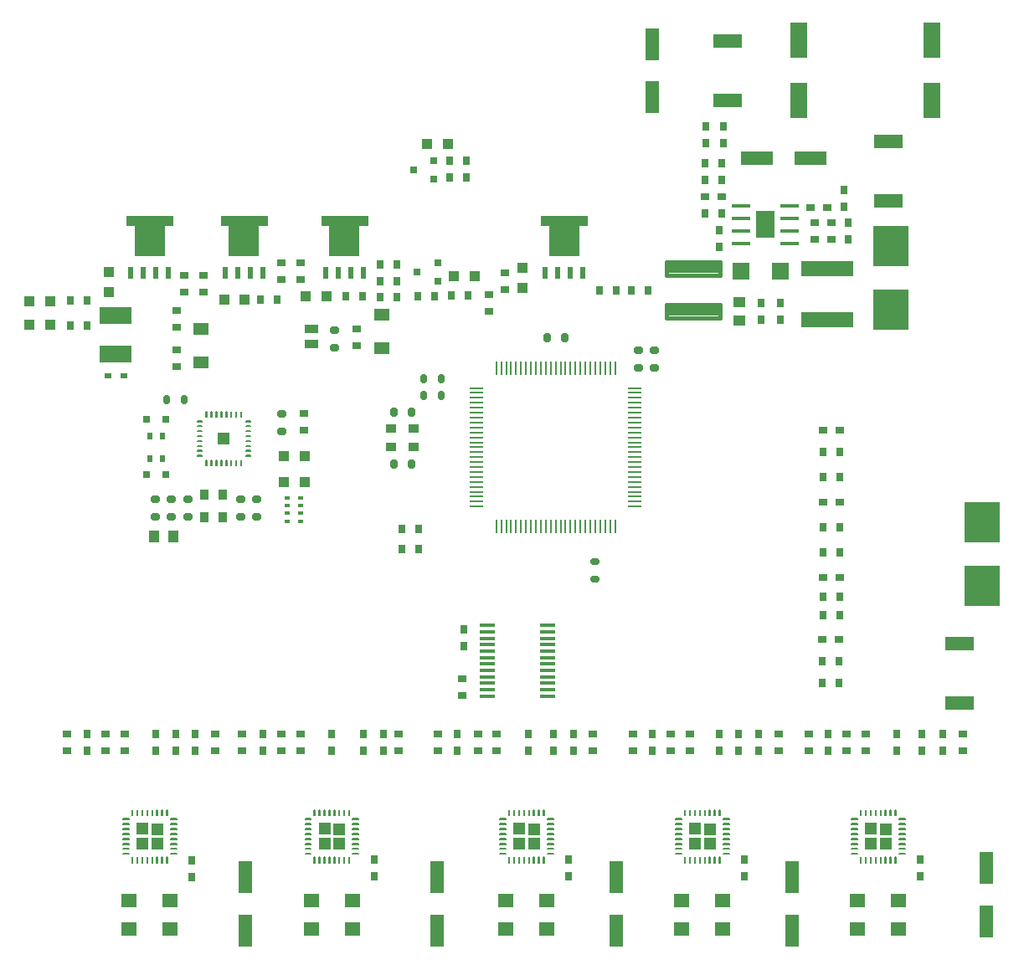
<source format=gtp>
G75*
G70*
%OFA0B0*%
%FSLAX24Y24*%
%IPPOS*%
%LPD*%
%AMOC8*
5,1,8,0,0,1.08239X$1,22.5*
%
%ADD10R,0.0392X0.0392*%
%ADD11C,0.0226*%
%ADD12R,0.0094X0.0567*%
%ADD13R,0.0567X0.0094*%
%ADD14R,0.1259X0.0668*%
%ADD15R,0.0550X0.0380*%
%ADD16C,0.0071*%
%ADD17R,0.0500X0.0500*%
%ADD18R,0.0280X0.0220*%
%ADD19R,0.0315X0.0315*%
%ADD20R,0.0217X0.0157*%
%ADD21R,0.0333X0.0432*%
%ADD22R,0.0629X0.0471*%
%ADD23R,0.0630X0.0550*%
%ADD24R,0.0315X0.0354*%
%ADD25R,0.0550X0.1298*%
%ADD26R,0.0354X0.0315*%
%ADD27R,0.0220X0.0496*%
%ADD28R,0.1900X0.0413*%
%ADD29R,0.1240X0.1220*%
%ADD30R,0.1420X0.1589*%
%ADD31R,0.0609X0.0139*%
%ADD32R,0.1298X0.0550*%
%ADD33R,0.0432X0.0333*%
%ADD34R,0.0736X0.0176*%
%ADD35R,0.0760X0.1100*%
%ADD36R,0.2085X0.0648*%
%ADD37R,0.0511X0.0432*%
%ADD38R,0.0707X0.0707*%
%ADD39R,0.0220X0.0299*%
%ADD40C,0.0177*%
%ADD41R,0.0432X0.0511*%
%ADD42R,0.1180X0.0550*%
%ADD43R,0.0700X0.1400*%
%ADD44R,0.0481X0.0471*%
%ADD45R,0.0481X0.0481*%
%ADD46R,0.0481X0.0461*%
%ADD47R,0.0291X0.0252*%
D10*
X017668Y030288D03*
X018494Y030288D03*
X018494Y031313D03*
X017668Y031313D03*
X018543Y037663D03*
X019369Y037663D03*
X016119Y037538D03*
X015293Y037538D03*
X010706Y037828D03*
X010706Y038655D03*
X008362Y037461D03*
X008362Y036538D03*
X007536Y036538D03*
X007536Y037461D03*
X023368Y043738D03*
X024194Y043738D03*
X027156Y038826D03*
X027156Y038000D03*
X025269Y038488D03*
X024443Y038488D03*
D11*
X028103Y036106D02*
X028103Y035970D01*
X028103Y036106D02*
X028159Y036106D01*
X028159Y035970D01*
X028103Y035970D01*
X028803Y035970D02*
X028803Y036106D01*
X028859Y036106D01*
X028859Y035970D01*
X028803Y035970D01*
X031688Y035580D02*
X031824Y035580D01*
X031824Y035524D01*
X031688Y035524D01*
X031688Y035580D01*
X032332Y035580D02*
X032468Y035580D01*
X032468Y035524D01*
X032332Y035524D01*
X032332Y035580D01*
X032332Y034880D02*
X032468Y034880D01*
X032468Y034824D01*
X032332Y034824D01*
X032332Y034880D01*
X031824Y034880D02*
X031688Y034880D01*
X031824Y034880D02*
X031824Y034824D01*
X031688Y034824D01*
X031688Y034880D01*
X023887Y034473D02*
X023887Y034337D01*
X023887Y034473D02*
X023943Y034473D01*
X023943Y034337D01*
X023887Y034337D01*
X023887Y033822D02*
X023887Y033686D01*
X023887Y033822D02*
X023943Y033822D01*
X023943Y033686D01*
X023887Y033686D01*
X023187Y033686D02*
X023187Y033822D01*
X023243Y033822D01*
X023243Y033686D01*
X023187Y033686D01*
X023187Y034337D02*
X023187Y034473D01*
X023243Y034473D01*
X023243Y034337D01*
X023187Y034337D01*
X022715Y033131D02*
X022715Y032995D01*
X022715Y033131D02*
X022771Y033131D01*
X022771Y032995D01*
X022715Y032995D01*
X022015Y032995D02*
X022015Y033131D01*
X022071Y033131D01*
X022071Y032995D01*
X022015Y032995D01*
X022071Y031081D02*
X022071Y030945D01*
X022015Y030945D01*
X022015Y031081D01*
X022071Y031081D01*
X022771Y031081D02*
X022771Y030945D01*
X022715Y030945D01*
X022715Y031081D01*
X022771Y031081D01*
X017624Y032341D02*
X017488Y032341D01*
X017624Y032341D02*
X017624Y032285D01*
X017488Y032285D01*
X017488Y032341D01*
X017488Y033041D02*
X017624Y033041D01*
X017624Y032985D01*
X017488Y032985D01*
X017488Y033041D01*
X019588Y035610D02*
X019724Y035610D01*
X019588Y035610D02*
X019588Y035666D01*
X019724Y035666D01*
X019724Y035610D01*
X019724Y036310D02*
X019588Y036310D01*
X019588Y036366D01*
X019724Y036366D01*
X019724Y036310D01*
X013653Y033656D02*
X013653Y033520D01*
X013653Y033656D02*
X013709Y033656D01*
X013709Y033520D01*
X013653Y033520D01*
X012953Y033520D02*
X012953Y033656D01*
X013009Y033656D01*
X013009Y033520D01*
X012953Y033520D01*
X013113Y029585D02*
X013249Y029585D01*
X013113Y029585D02*
X013113Y029641D01*
X013249Y029641D01*
X013249Y029585D01*
X013763Y029585D02*
X013899Y029585D01*
X013763Y029585D02*
X013763Y029641D01*
X013899Y029641D01*
X013899Y029585D01*
X013899Y028885D02*
X013763Y028885D01*
X013763Y028941D01*
X013899Y028941D01*
X013899Y028885D01*
X013249Y028885D02*
X013113Y028885D01*
X013113Y028941D01*
X013249Y028941D01*
X013249Y028885D01*
X012599Y028885D02*
X012463Y028885D01*
X012463Y028941D01*
X012599Y028941D01*
X012599Y028885D01*
X012599Y029585D02*
X012463Y029585D01*
X012463Y029641D01*
X012599Y029641D01*
X012599Y029585D01*
X015863Y029641D02*
X015999Y029641D01*
X015999Y029585D01*
X015863Y029585D01*
X015863Y029641D01*
X016513Y029585D02*
X016649Y029585D01*
X016513Y029585D02*
X016513Y029641D01*
X016649Y029641D01*
X016649Y029585D01*
X016649Y028885D02*
X016513Y028885D01*
X016513Y028941D01*
X016649Y028941D01*
X016649Y028885D01*
X015999Y028941D02*
X015863Y028941D01*
X015999Y028941D02*
X015999Y028885D01*
X015863Y028885D01*
X015863Y028941D01*
X029965Y027154D02*
X030101Y027154D01*
X030101Y027098D01*
X029965Y027098D01*
X029965Y027154D01*
X029965Y026454D02*
X030101Y026454D01*
X030101Y026398D01*
X029965Y026398D01*
X029965Y026454D01*
D12*
X029869Y028513D03*
X030066Y028513D03*
X030263Y028513D03*
X030459Y028513D03*
X030656Y028513D03*
X030853Y028513D03*
X029672Y028513D03*
X029475Y028513D03*
X029278Y028513D03*
X029082Y028513D03*
X028885Y028513D03*
X028688Y028513D03*
X028491Y028513D03*
X028294Y028513D03*
X028097Y028513D03*
X027900Y028513D03*
X027704Y028513D03*
X027507Y028513D03*
X027310Y028513D03*
X027113Y028513D03*
X026916Y028513D03*
X026719Y028513D03*
X026522Y028513D03*
X026326Y028513D03*
X026129Y028513D03*
X026129Y034813D03*
X026326Y034813D03*
X026522Y034813D03*
X026719Y034813D03*
X026916Y034813D03*
X027113Y034813D03*
X027310Y034813D03*
X027507Y034813D03*
X027704Y034813D03*
X027900Y034813D03*
X028097Y034813D03*
X028294Y034813D03*
X028491Y034813D03*
X028688Y034813D03*
X028885Y034813D03*
X029082Y034813D03*
X029278Y034813D03*
X029475Y034813D03*
X029672Y034813D03*
X029869Y034813D03*
X030066Y034813D03*
X030263Y034813D03*
X030459Y034813D03*
X030656Y034813D03*
X030853Y034813D03*
D13*
X031641Y034025D03*
X031641Y033828D03*
X031641Y033631D03*
X031641Y033435D03*
X031641Y033238D03*
X031641Y033041D03*
X031641Y032844D03*
X031641Y032647D03*
X031641Y032450D03*
X031641Y032254D03*
X031641Y032057D03*
X031641Y031860D03*
X031641Y031663D03*
X031641Y031466D03*
X031641Y031269D03*
X031641Y031072D03*
X031641Y030876D03*
X031641Y030679D03*
X031641Y030482D03*
X031641Y030285D03*
X031641Y030088D03*
X031641Y029891D03*
X031641Y029694D03*
X031641Y029498D03*
X031641Y029301D03*
X025341Y029301D03*
X025341Y029498D03*
X025341Y029694D03*
X025341Y029891D03*
X025341Y030088D03*
X025341Y030285D03*
X025341Y030482D03*
X025341Y030679D03*
X025341Y030876D03*
X025341Y031072D03*
X025341Y031269D03*
X025341Y031466D03*
X025341Y031663D03*
X025341Y031860D03*
X025341Y032057D03*
X025341Y032254D03*
X025341Y032450D03*
X025341Y032647D03*
X025341Y032844D03*
X025341Y033041D03*
X025341Y033238D03*
X025341Y033435D03*
X025341Y033631D03*
X025341Y033828D03*
X025341Y034025D03*
D14*
X010968Y035385D03*
X010968Y036920D03*
D15*
X018756Y036363D03*
X018756Y035763D03*
D16*
X015979Y033070D02*
X015961Y033070D01*
X015979Y033070D02*
X015979Y032886D01*
X015961Y032886D01*
X015961Y033070D01*
X015961Y032956D02*
X015979Y032956D01*
X015979Y033026D02*
X015961Y033026D01*
X015782Y033070D02*
X015764Y033070D01*
X015782Y033070D02*
X015782Y032886D01*
X015764Y032886D01*
X015764Y033070D01*
X015764Y032956D02*
X015782Y032956D01*
X015782Y033026D02*
X015764Y033026D01*
X015585Y033070D02*
X015567Y033070D01*
X015585Y033070D02*
X015585Y032886D01*
X015567Y032886D01*
X015567Y033070D01*
X015567Y032956D02*
X015585Y032956D01*
X015585Y033026D02*
X015567Y033026D01*
X015388Y033070D02*
X015370Y033070D01*
X015388Y033070D02*
X015388Y032886D01*
X015370Y032886D01*
X015370Y033070D01*
X015370Y032956D02*
X015388Y032956D01*
X015388Y033026D02*
X015370Y033026D01*
X015192Y033070D02*
X015174Y033070D01*
X015192Y033070D02*
X015192Y032886D01*
X015174Y032886D01*
X015174Y033070D01*
X015174Y032956D02*
X015192Y032956D01*
X015192Y033026D02*
X015174Y033026D01*
X014995Y033070D02*
X014977Y033070D01*
X014995Y033070D02*
X014995Y032886D01*
X014977Y032886D01*
X014977Y033070D01*
X014977Y032956D02*
X014995Y032956D01*
X014995Y033026D02*
X014977Y033026D01*
X014798Y033070D02*
X014780Y033070D01*
X014798Y033070D02*
X014798Y032886D01*
X014780Y032886D01*
X014780Y033070D01*
X014780Y032956D02*
X014798Y032956D01*
X014798Y033026D02*
X014780Y033026D01*
X014601Y033070D02*
X014583Y033070D01*
X014601Y033070D02*
X014601Y032886D01*
X014583Y032886D01*
X014583Y033070D01*
X014583Y032956D02*
X014601Y032956D01*
X014601Y033026D02*
X014583Y033026D01*
X014224Y032711D02*
X014224Y032693D01*
X014224Y032711D02*
X014408Y032711D01*
X014408Y032693D01*
X014224Y032693D01*
X014224Y032514D02*
X014224Y032496D01*
X014224Y032514D02*
X014408Y032514D01*
X014408Y032496D01*
X014224Y032496D01*
X014224Y032317D02*
X014224Y032299D01*
X014224Y032317D02*
X014408Y032317D01*
X014408Y032299D01*
X014224Y032299D01*
X014224Y032120D02*
X014224Y032102D01*
X014224Y032120D02*
X014408Y032120D01*
X014408Y032102D01*
X014224Y032102D01*
X014224Y031924D02*
X014224Y031906D01*
X014224Y031924D02*
X014408Y031924D01*
X014408Y031906D01*
X014224Y031906D01*
X014224Y031727D02*
X014224Y031709D01*
X014224Y031727D02*
X014408Y031727D01*
X014408Y031709D01*
X014224Y031709D01*
X014224Y031530D02*
X014224Y031512D01*
X014224Y031530D02*
X014408Y031530D01*
X014408Y031512D01*
X014224Y031512D01*
X014224Y031333D02*
X014224Y031315D01*
X014224Y031333D02*
X014408Y031333D01*
X014408Y031315D01*
X014224Y031315D01*
X014583Y031140D02*
X014601Y031140D01*
X014601Y030956D01*
X014583Y030956D01*
X014583Y031140D01*
X014583Y031026D02*
X014601Y031026D01*
X014601Y031096D02*
X014583Y031096D01*
X014780Y031140D02*
X014798Y031140D01*
X014798Y030956D01*
X014780Y030956D01*
X014780Y031140D01*
X014780Y031026D02*
X014798Y031026D01*
X014798Y031096D02*
X014780Y031096D01*
X014977Y031140D02*
X014995Y031140D01*
X014995Y030956D01*
X014977Y030956D01*
X014977Y031140D01*
X014977Y031026D02*
X014995Y031026D01*
X014995Y031096D02*
X014977Y031096D01*
X015174Y031140D02*
X015192Y031140D01*
X015192Y030956D01*
X015174Y030956D01*
X015174Y031140D01*
X015174Y031026D02*
X015192Y031026D01*
X015192Y031096D02*
X015174Y031096D01*
X015370Y031140D02*
X015388Y031140D01*
X015388Y030956D01*
X015370Y030956D01*
X015370Y031140D01*
X015370Y031026D02*
X015388Y031026D01*
X015388Y031096D02*
X015370Y031096D01*
X015567Y031140D02*
X015585Y031140D01*
X015585Y030956D01*
X015567Y030956D01*
X015567Y031140D01*
X015567Y031026D02*
X015585Y031026D01*
X015585Y031096D02*
X015567Y031096D01*
X015764Y031140D02*
X015782Y031140D01*
X015782Y030956D01*
X015764Y030956D01*
X015764Y031140D01*
X015764Y031026D02*
X015782Y031026D01*
X015782Y031096D02*
X015764Y031096D01*
X015961Y031140D02*
X015979Y031140D01*
X015979Y030956D01*
X015961Y030956D01*
X015961Y031140D01*
X015961Y031026D02*
X015979Y031026D01*
X015979Y031096D02*
X015961Y031096D01*
X016154Y031315D02*
X016154Y031333D01*
X016338Y031333D01*
X016338Y031315D01*
X016154Y031315D01*
X016154Y031512D02*
X016154Y031530D01*
X016338Y031530D01*
X016338Y031512D01*
X016154Y031512D01*
X016154Y031709D02*
X016154Y031727D01*
X016338Y031727D01*
X016338Y031709D01*
X016154Y031709D01*
X016154Y031906D02*
X016154Y031924D01*
X016338Y031924D01*
X016338Y031906D01*
X016154Y031906D01*
X016154Y032102D02*
X016154Y032120D01*
X016338Y032120D01*
X016338Y032102D01*
X016154Y032102D01*
X016154Y032299D02*
X016154Y032317D01*
X016338Y032317D01*
X016338Y032299D01*
X016154Y032299D01*
X016154Y032496D02*
X016154Y032514D01*
X016338Y032514D01*
X016338Y032496D01*
X016154Y032496D01*
X016154Y032693D02*
X016154Y032711D01*
X016338Y032711D01*
X016338Y032693D01*
X016154Y032693D01*
X018883Y017219D02*
X018901Y017219D01*
X018901Y016997D01*
X018883Y016997D01*
X018883Y017219D01*
X018883Y017067D02*
X018901Y017067D01*
X018901Y017137D02*
X018883Y017137D01*
X018883Y017207D02*
X018901Y017207D01*
X019080Y017219D02*
X019098Y017219D01*
X019098Y016997D01*
X019080Y016997D01*
X019080Y017219D01*
X019080Y017067D02*
X019098Y017067D01*
X019098Y017137D02*
X019080Y017137D01*
X019080Y017207D02*
X019098Y017207D01*
X019277Y017219D02*
X019295Y017219D01*
X019295Y016997D01*
X019277Y016997D01*
X019277Y017219D01*
X019277Y017067D02*
X019295Y017067D01*
X019295Y017137D02*
X019277Y017137D01*
X019277Y017207D02*
X019295Y017207D01*
X019474Y017219D02*
X019492Y017219D01*
X019492Y016997D01*
X019474Y016997D01*
X019474Y017219D01*
X019474Y017067D02*
X019492Y017067D01*
X019492Y017137D02*
X019474Y017137D01*
X019474Y017207D02*
X019492Y017207D01*
X019670Y017219D02*
X019688Y017219D01*
X019688Y016997D01*
X019670Y016997D01*
X019670Y017219D01*
X019670Y017067D02*
X019688Y017067D01*
X019688Y017137D02*
X019670Y017137D01*
X019670Y017207D02*
X019688Y017207D01*
X019867Y017219D02*
X019885Y017219D01*
X019885Y016997D01*
X019867Y016997D01*
X019867Y017219D01*
X019867Y017067D02*
X019885Y017067D01*
X019885Y017137D02*
X019867Y017137D01*
X019867Y017207D02*
X019885Y017207D01*
X020064Y017219D02*
X020082Y017219D01*
X020082Y016997D01*
X020064Y016997D01*
X020064Y017219D01*
X020064Y017067D02*
X020082Y017067D01*
X020082Y017137D02*
X020064Y017137D01*
X020064Y017207D02*
X020082Y017207D01*
X020261Y016997D02*
X020279Y016997D01*
X020261Y016997D02*
X020261Y017219D01*
X020279Y017219D01*
X020279Y016997D01*
X020279Y017067D02*
X020261Y017067D01*
X020261Y017137D02*
X020279Y017137D01*
X020279Y017207D02*
X020261Y017207D01*
X020415Y016861D02*
X020415Y016843D01*
X020415Y016861D02*
X020637Y016861D01*
X020637Y016843D01*
X020415Y016843D01*
X020415Y016664D02*
X020415Y016646D01*
X020415Y016664D02*
X020637Y016664D01*
X020637Y016646D01*
X020415Y016646D01*
X020415Y016467D02*
X020415Y016449D01*
X020415Y016467D02*
X020637Y016467D01*
X020637Y016449D01*
X020415Y016449D01*
X020415Y016270D02*
X020415Y016252D01*
X020415Y016270D02*
X020637Y016270D01*
X020637Y016252D01*
X020415Y016252D01*
X020415Y016074D02*
X020415Y016056D01*
X020415Y016074D02*
X020637Y016074D01*
X020637Y016056D01*
X020415Y016056D01*
X020415Y015877D02*
X020415Y015859D01*
X020415Y015877D02*
X020637Y015877D01*
X020637Y015859D01*
X020415Y015859D01*
X020415Y015680D02*
X020415Y015662D01*
X020415Y015680D02*
X020637Y015680D01*
X020637Y015662D01*
X020415Y015662D01*
X020415Y015483D02*
X020415Y015465D01*
X020415Y015483D02*
X020637Y015483D01*
X020637Y015465D01*
X020415Y015465D01*
X020279Y015107D02*
X020261Y015107D01*
X020261Y015329D01*
X020279Y015329D01*
X020279Y015107D01*
X020279Y015177D02*
X020261Y015177D01*
X020261Y015247D02*
X020279Y015247D01*
X020279Y015317D02*
X020261Y015317D01*
X020082Y015107D02*
X020064Y015107D01*
X020064Y015329D01*
X020082Y015329D01*
X020082Y015107D01*
X020082Y015177D02*
X020064Y015177D01*
X020064Y015247D02*
X020082Y015247D01*
X020082Y015317D02*
X020064Y015317D01*
X019885Y015107D02*
X019867Y015107D01*
X019867Y015329D01*
X019885Y015329D01*
X019885Y015107D01*
X019885Y015177D02*
X019867Y015177D01*
X019867Y015247D02*
X019885Y015247D01*
X019885Y015317D02*
X019867Y015317D01*
X019688Y015107D02*
X019670Y015107D01*
X019670Y015329D01*
X019688Y015329D01*
X019688Y015107D01*
X019688Y015177D02*
X019670Y015177D01*
X019670Y015247D02*
X019688Y015247D01*
X019688Y015317D02*
X019670Y015317D01*
X019492Y015107D02*
X019474Y015107D01*
X019474Y015329D01*
X019492Y015329D01*
X019492Y015107D01*
X019492Y015177D02*
X019474Y015177D01*
X019474Y015247D02*
X019492Y015247D01*
X019492Y015317D02*
X019474Y015317D01*
X019295Y015107D02*
X019277Y015107D01*
X019277Y015329D01*
X019295Y015329D01*
X019295Y015107D01*
X019295Y015177D02*
X019277Y015177D01*
X019277Y015247D02*
X019295Y015247D01*
X019295Y015317D02*
X019277Y015317D01*
X019098Y015107D02*
X019080Y015107D01*
X019080Y015329D01*
X019098Y015329D01*
X019098Y015107D01*
X019098Y015177D02*
X019080Y015177D01*
X019080Y015247D02*
X019098Y015247D01*
X019098Y015317D02*
X019080Y015317D01*
X018901Y015107D02*
X018883Y015107D01*
X018883Y015329D01*
X018901Y015329D01*
X018901Y015107D01*
X018901Y015177D02*
X018883Y015177D01*
X018883Y015247D02*
X018901Y015247D01*
X018901Y015317D02*
X018883Y015317D01*
X018525Y015465D02*
X018525Y015483D01*
X018747Y015483D01*
X018747Y015465D01*
X018525Y015465D01*
X018525Y015662D02*
X018525Y015680D01*
X018747Y015680D01*
X018747Y015662D01*
X018525Y015662D01*
X018525Y015859D02*
X018525Y015877D01*
X018747Y015877D01*
X018747Y015859D01*
X018525Y015859D01*
X018525Y016056D02*
X018525Y016074D01*
X018747Y016074D01*
X018747Y016056D01*
X018525Y016056D01*
X018525Y016252D02*
X018525Y016270D01*
X018747Y016270D01*
X018747Y016252D01*
X018525Y016252D01*
X018525Y016449D02*
X018525Y016467D01*
X018747Y016467D01*
X018747Y016449D01*
X018525Y016449D01*
X018525Y016646D02*
X018525Y016664D01*
X018747Y016664D01*
X018747Y016646D01*
X018525Y016646D01*
X018525Y016843D02*
X018525Y016861D01*
X018747Y016861D01*
X018747Y016843D01*
X018525Y016843D01*
X013165Y016843D02*
X013165Y016861D01*
X013387Y016861D01*
X013387Y016843D01*
X013165Y016843D01*
X013165Y016664D02*
X013165Y016646D01*
X013165Y016664D02*
X013387Y016664D01*
X013387Y016646D01*
X013165Y016646D01*
X013165Y016467D02*
X013165Y016449D01*
X013165Y016467D02*
X013387Y016467D01*
X013387Y016449D01*
X013165Y016449D01*
X013165Y016270D02*
X013165Y016252D01*
X013165Y016270D02*
X013387Y016270D01*
X013387Y016252D01*
X013165Y016252D01*
X013165Y016074D02*
X013165Y016056D01*
X013165Y016074D02*
X013387Y016074D01*
X013387Y016056D01*
X013165Y016056D01*
X013165Y015877D02*
X013165Y015859D01*
X013165Y015877D02*
X013387Y015877D01*
X013387Y015859D01*
X013165Y015859D01*
X013165Y015680D02*
X013165Y015662D01*
X013165Y015680D02*
X013387Y015680D01*
X013387Y015662D01*
X013165Y015662D01*
X013165Y015483D02*
X013165Y015465D01*
X013165Y015483D02*
X013387Y015483D01*
X013387Y015465D01*
X013165Y015465D01*
X013029Y015107D02*
X013011Y015107D01*
X013011Y015329D01*
X013029Y015329D01*
X013029Y015107D01*
X013029Y015177D02*
X013011Y015177D01*
X013011Y015247D02*
X013029Y015247D01*
X013029Y015317D02*
X013011Y015317D01*
X012832Y015107D02*
X012814Y015107D01*
X012814Y015329D01*
X012832Y015329D01*
X012832Y015107D01*
X012832Y015177D02*
X012814Y015177D01*
X012814Y015247D02*
X012832Y015247D01*
X012832Y015317D02*
X012814Y015317D01*
X012635Y015107D02*
X012617Y015107D01*
X012617Y015329D01*
X012635Y015329D01*
X012635Y015107D01*
X012635Y015177D02*
X012617Y015177D01*
X012617Y015247D02*
X012635Y015247D01*
X012635Y015317D02*
X012617Y015317D01*
X012438Y015107D02*
X012420Y015107D01*
X012420Y015329D01*
X012438Y015329D01*
X012438Y015107D01*
X012438Y015177D02*
X012420Y015177D01*
X012420Y015247D02*
X012438Y015247D01*
X012438Y015317D02*
X012420Y015317D01*
X012242Y015107D02*
X012224Y015107D01*
X012224Y015329D01*
X012242Y015329D01*
X012242Y015107D01*
X012242Y015177D02*
X012224Y015177D01*
X012224Y015247D02*
X012242Y015247D01*
X012242Y015317D02*
X012224Y015317D01*
X012045Y015107D02*
X012027Y015107D01*
X012027Y015329D01*
X012045Y015329D01*
X012045Y015107D01*
X012045Y015177D02*
X012027Y015177D01*
X012027Y015247D02*
X012045Y015247D01*
X012045Y015317D02*
X012027Y015317D01*
X011848Y015107D02*
X011830Y015107D01*
X011830Y015329D01*
X011848Y015329D01*
X011848Y015107D01*
X011848Y015177D02*
X011830Y015177D01*
X011830Y015247D02*
X011848Y015247D01*
X011848Y015317D02*
X011830Y015317D01*
X011651Y015107D02*
X011633Y015107D01*
X011633Y015329D01*
X011651Y015329D01*
X011651Y015107D01*
X011651Y015177D02*
X011633Y015177D01*
X011633Y015247D02*
X011651Y015247D01*
X011651Y015317D02*
X011633Y015317D01*
X011275Y015465D02*
X011275Y015483D01*
X011497Y015483D01*
X011497Y015465D01*
X011275Y015465D01*
X011275Y015662D02*
X011275Y015680D01*
X011497Y015680D01*
X011497Y015662D01*
X011275Y015662D01*
X011275Y015859D02*
X011275Y015877D01*
X011497Y015877D01*
X011497Y015859D01*
X011275Y015859D01*
X011275Y016056D02*
X011275Y016074D01*
X011497Y016074D01*
X011497Y016056D01*
X011275Y016056D01*
X011275Y016252D02*
X011275Y016270D01*
X011497Y016270D01*
X011497Y016252D01*
X011275Y016252D01*
X011275Y016449D02*
X011275Y016467D01*
X011497Y016467D01*
X011497Y016449D01*
X011275Y016449D01*
X011275Y016646D02*
X011275Y016664D01*
X011497Y016664D01*
X011497Y016646D01*
X011275Y016646D01*
X011275Y016843D02*
X011275Y016861D01*
X011497Y016861D01*
X011497Y016843D01*
X011275Y016843D01*
X011633Y017219D02*
X011651Y017219D01*
X011651Y016997D01*
X011633Y016997D01*
X011633Y017219D01*
X011633Y017067D02*
X011651Y017067D01*
X011651Y017137D02*
X011633Y017137D01*
X011633Y017207D02*
X011651Y017207D01*
X011830Y017219D02*
X011848Y017219D01*
X011848Y016997D01*
X011830Y016997D01*
X011830Y017219D01*
X011830Y017067D02*
X011848Y017067D01*
X011848Y017137D02*
X011830Y017137D01*
X011830Y017207D02*
X011848Y017207D01*
X012027Y017219D02*
X012045Y017219D01*
X012045Y016997D01*
X012027Y016997D01*
X012027Y017219D01*
X012027Y017067D02*
X012045Y017067D01*
X012045Y017137D02*
X012027Y017137D01*
X012027Y017207D02*
X012045Y017207D01*
X012224Y017219D02*
X012242Y017219D01*
X012242Y016997D01*
X012224Y016997D01*
X012224Y017219D01*
X012224Y017067D02*
X012242Y017067D01*
X012242Y017137D02*
X012224Y017137D01*
X012224Y017207D02*
X012242Y017207D01*
X012420Y017219D02*
X012438Y017219D01*
X012438Y016997D01*
X012420Y016997D01*
X012420Y017219D01*
X012420Y017067D02*
X012438Y017067D01*
X012438Y017137D02*
X012420Y017137D01*
X012420Y017207D02*
X012438Y017207D01*
X012617Y017219D02*
X012635Y017219D01*
X012635Y016997D01*
X012617Y016997D01*
X012617Y017219D01*
X012617Y017067D02*
X012635Y017067D01*
X012635Y017137D02*
X012617Y017137D01*
X012617Y017207D02*
X012635Y017207D01*
X012814Y017219D02*
X012832Y017219D01*
X012832Y016997D01*
X012814Y016997D01*
X012814Y017219D01*
X012814Y017067D02*
X012832Y017067D01*
X012832Y017137D02*
X012814Y017137D01*
X012814Y017207D02*
X012832Y017207D01*
X013011Y016997D02*
X013029Y016997D01*
X013011Y016997D02*
X013011Y017219D01*
X013029Y017219D01*
X013029Y016997D01*
X013029Y017067D02*
X013011Y017067D01*
X013011Y017137D02*
X013029Y017137D01*
X013029Y017207D02*
X013011Y017207D01*
X026275Y016843D02*
X026275Y016861D01*
X026497Y016861D01*
X026497Y016843D01*
X026275Y016843D01*
X026275Y016664D02*
X026275Y016646D01*
X026275Y016664D02*
X026497Y016664D01*
X026497Y016646D01*
X026275Y016646D01*
X026275Y016467D02*
X026275Y016449D01*
X026275Y016467D02*
X026497Y016467D01*
X026497Y016449D01*
X026275Y016449D01*
X026275Y016270D02*
X026275Y016252D01*
X026275Y016270D02*
X026497Y016270D01*
X026497Y016252D01*
X026275Y016252D01*
X026275Y016074D02*
X026275Y016056D01*
X026275Y016074D02*
X026497Y016074D01*
X026497Y016056D01*
X026275Y016056D01*
X026275Y015877D02*
X026275Y015859D01*
X026275Y015877D02*
X026497Y015877D01*
X026497Y015859D01*
X026275Y015859D01*
X026275Y015680D02*
X026275Y015662D01*
X026275Y015680D02*
X026497Y015680D01*
X026497Y015662D01*
X026275Y015662D01*
X026275Y015483D02*
X026275Y015465D01*
X026275Y015483D02*
X026497Y015483D01*
X026497Y015465D01*
X026275Y015465D01*
X026633Y015107D02*
X026651Y015107D01*
X026633Y015107D02*
X026633Y015329D01*
X026651Y015329D01*
X026651Y015107D01*
X026651Y015177D02*
X026633Y015177D01*
X026633Y015247D02*
X026651Y015247D01*
X026651Y015317D02*
X026633Y015317D01*
X026830Y015107D02*
X026848Y015107D01*
X026830Y015107D02*
X026830Y015329D01*
X026848Y015329D01*
X026848Y015107D01*
X026848Y015177D02*
X026830Y015177D01*
X026830Y015247D02*
X026848Y015247D01*
X026848Y015317D02*
X026830Y015317D01*
X027027Y015107D02*
X027045Y015107D01*
X027027Y015107D02*
X027027Y015329D01*
X027045Y015329D01*
X027045Y015107D01*
X027045Y015177D02*
X027027Y015177D01*
X027027Y015247D02*
X027045Y015247D01*
X027045Y015317D02*
X027027Y015317D01*
X027224Y015107D02*
X027242Y015107D01*
X027224Y015107D02*
X027224Y015329D01*
X027242Y015329D01*
X027242Y015107D01*
X027242Y015177D02*
X027224Y015177D01*
X027224Y015247D02*
X027242Y015247D01*
X027242Y015317D02*
X027224Y015317D01*
X027420Y015107D02*
X027438Y015107D01*
X027420Y015107D02*
X027420Y015329D01*
X027438Y015329D01*
X027438Y015107D01*
X027438Y015177D02*
X027420Y015177D01*
X027420Y015247D02*
X027438Y015247D01*
X027438Y015317D02*
X027420Y015317D01*
X027617Y015107D02*
X027635Y015107D01*
X027617Y015107D02*
X027617Y015329D01*
X027635Y015329D01*
X027635Y015107D01*
X027635Y015177D02*
X027617Y015177D01*
X027617Y015247D02*
X027635Y015247D01*
X027635Y015317D02*
X027617Y015317D01*
X027814Y015107D02*
X027832Y015107D01*
X027814Y015107D02*
X027814Y015329D01*
X027832Y015329D01*
X027832Y015107D01*
X027832Y015177D02*
X027814Y015177D01*
X027814Y015247D02*
X027832Y015247D01*
X027832Y015317D02*
X027814Y015317D01*
X028011Y015107D02*
X028029Y015107D01*
X028011Y015107D02*
X028011Y015329D01*
X028029Y015329D01*
X028029Y015107D01*
X028029Y015177D02*
X028011Y015177D01*
X028011Y015247D02*
X028029Y015247D01*
X028029Y015317D02*
X028011Y015317D01*
X028165Y015465D02*
X028165Y015483D01*
X028387Y015483D01*
X028387Y015465D01*
X028165Y015465D01*
X028165Y015662D02*
X028165Y015680D01*
X028387Y015680D01*
X028387Y015662D01*
X028165Y015662D01*
X028165Y015859D02*
X028165Y015877D01*
X028387Y015877D01*
X028387Y015859D01*
X028165Y015859D01*
X028165Y016056D02*
X028165Y016074D01*
X028387Y016074D01*
X028387Y016056D01*
X028165Y016056D01*
X028165Y016252D02*
X028165Y016270D01*
X028387Y016270D01*
X028387Y016252D01*
X028165Y016252D01*
X028165Y016449D02*
X028165Y016467D01*
X028387Y016467D01*
X028387Y016449D01*
X028165Y016449D01*
X028165Y016646D02*
X028165Y016664D01*
X028387Y016664D01*
X028387Y016646D01*
X028165Y016646D01*
X028165Y016843D02*
X028165Y016861D01*
X028387Y016861D01*
X028387Y016843D01*
X028165Y016843D01*
X028029Y016997D02*
X028011Y016997D01*
X028011Y017219D01*
X028029Y017219D01*
X028029Y016997D01*
X028029Y017067D02*
X028011Y017067D01*
X028011Y017137D02*
X028029Y017137D01*
X028029Y017207D02*
X028011Y017207D01*
X027832Y017219D02*
X027814Y017219D01*
X027832Y017219D02*
X027832Y016997D01*
X027814Y016997D01*
X027814Y017219D01*
X027814Y017067D02*
X027832Y017067D01*
X027832Y017137D02*
X027814Y017137D01*
X027814Y017207D02*
X027832Y017207D01*
X027635Y017219D02*
X027617Y017219D01*
X027635Y017219D02*
X027635Y016997D01*
X027617Y016997D01*
X027617Y017219D01*
X027617Y017067D02*
X027635Y017067D01*
X027635Y017137D02*
X027617Y017137D01*
X027617Y017207D02*
X027635Y017207D01*
X027438Y017219D02*
X027420Y017219D01*
X027438Y017219D02*
X027438Y016997D01*
X027420Y016997D01*
X027420Y017219D01*
X027420Y017067D02*
X027438Y017067D01*
X027438Y017137D02*
X027420Y017137D01*
X027420Y017207D02*
X027438Y017207D01*
X027242Y017219D02*
X027224Y017219D01*
X027242Y017219D02*
X027242Y016997D01*
X027224Y016997D01*
X027224Y017219D01*
X027224Y017067D02*
X027242Y017067D01*
X027242Y017137D02*
X027224Y017137D01*
X027224Y017207D02*
X027242Y017207D01*
X027045Y017219D02*
X027027Y017219D01*
X027045Y017219D02*
X027045Y016997D01*
X027027Y016997D01*
X027027Y017219D01*
X027027Y017067D02*
X027045Y017067D01*
X027045Y017137D02*
X027027Y017137D01*
X027027Y017207D02*
X027045Y017207D01*
X026848Y017219D02*
X026830Y017219D01*
X026848Y017219D02*
X026848Y016997D01*
X026830Y016997D01*
X026830Y017219D01*
X026830Y017067D02*
X026848Y017067D01*
X026848Y017137D02*
X026830Y017137D01*
X026830Y017207D02*
X026848Y017207D01*
X026651Y017219D02*
X026633Y017219D01*
X026651Y017219D02*
X026651Y016997D01*
X026633Y016997D01*
X026633Y017219D01*
X026633Y017067D02*
X026651Y017067D01*
X026651Y017137D02*
X026633Y017137D01*
X026633Y017207D02*
X026651Y017207D01*
X033275Y016843D02*
X033275Y016861D01*
X033497Y016861D01*
X033497Y016843D01*
X033275Y016843D01*
X033275Y016664D02*
X033275Y016646D01*
X033275Y016664D02*
X033497Y016664D01*
X033497Y016646D01*
X033275Y016646D01*
X033275Y016467D02*
X033275Y016449D01*
X033275Y016467D02*
X033497Y016467D01*
X033497Y016449D01*
X033275Y016449D01*
X033275Y016270D02*
X033275Y016252D01*
X033275Y016270D02*
X033497Y016270D01*
X033497Y016252D01*
X033275Y016252D01*
X033275Y016074D02*
X033275Y016056D01*
X033275Y016074D02*
X033497Y016074D01*
X033497Y016056D01*
X033275Y016056D01*
X033275Y015877D02*
X033275Y015859D01*
X033275Y015877D02*
X033497Y015877D01*
X033497Y015859D01*
X033275Y015859D01*
X033275Y015680D02*
X033275Y015662D01*
X033275Y015680D02*
X033497Y015680D01*
X033497Y015662D01*
X033275Y015662D01*
X033275Y015483D02*
X033275Y015465D01*
X033275Y015483D02*
X033497Y015483D01*
X033497Y015465D01*
X033275Y015465D01*
X033633Y015107D02*
X033651Y015107D01*
X033633Y015107D02*
X033633Y015329D01*
X033651Y015329D01*
X033651Y015107D01*
X033651Y015177D02*
X033633Y015177D01*
X033633Y015247D02*
X033651Y015247D01*
X033651Y015317D02*
X033633Y015317D01*
X033830Y015107D02*
X033848Y015107D01*
X033830Y015107D02*
X033830Y015329D01*
X033848Y015329D01*
X033848Y015107D01*
X033848Y015177D02*
X033830Y015177D01*
X033830Y015247D02*
X033848Y015247D01*
X033848Y015317D02*
X033830Y015317D01*
X034027Y015107D02*
X034045Y015107D01*
X034027Y015107D02*
X034027Y015329D01*
X034045Y015329D01*
X034045Y015107D01*
X034045Y015177D02*
X034027Y015177D01*
X034027Y015247D02*
X034045Y015247D01*
X034045Y015317D02*
X034027Y015317D01*
X034224Y015107D02*
X034242Y015107D01*
X034224Y015107D02*
X034224Y015329D01*
X034242Y015329D01*
X034242Y015107D01*
X034242Y015177D02*
X034224Y015177D01*
X034224Y015247D02*
X034242Y015247D01*
X034242Y015317D02*
X034224Y015317D01*
X034420Y015107D02*
X034438Y015107D01*
X034420Y015107D02*
X034420Y015329D01*
X034438Y015329D01*
X034438Y015107D01*
X034438Y015177D02*
X034420Y015177D01*
X034420Y015247D02*
X034438Y015247D01*
X034438Y015317D02*
X034420Y015317D01*
X034617Y015107D02*
X034635Y015107D01*
X034617Y015107D02*
X034617Y015329D01*
X034635Y015329D01*
X034635Y015107D01*
X034635Y015177D02*
X034617Y015177D01*
X034617Y015247D02*
X034635Y015247D01*
X034635Y015317D02*
X034617Y015317D01*
X034814Y015107D02*
X034832Y015107D01*
X034814Y015107D02*
X034814Y015329D01*
X034832Y015329D01*
X034832Y015107D01*
X034832Y015177D02*
X034814Y015177D01*
X034814Y015247D02*
X034832Y015247D01*
X034832Y015317D02*
X034814Y015317D01*
X035011Y015107D02*
X035029Y015107D01*
X035011Y015107D02*
X035011Y015329D01*
X035029Y015329D01*
X035029Y015107D01*
X035029Y015177D02*
X035011Y015177D01*
X035011Y015247D02*
X035029Y015247D01*
X035029Y015317D02*
X035011Y015317D01*
X035165Y015465D02*
X035165Y015483D01*
X035387Y015483D01*
X035387Y015465D01*
X035165Y015465D01*
X035165Y015662D02*
X035165Y015680D01*
X035387Y015680D01*
X035387Y015662D01*
X035165Y015662D01*
X035165Y015859D02*
X035165Y015877D01*
X035387Y015877D01*
X035387Y015859D01*
X035165Y015859D01*
X035165Y016056D02*
X035165Y016074D01*
X035387Y016074D01*
X035387Y016056D01*
X035165Y016056D01*
X035165Y016252D02*
X035165Y016270D01*
X035387Y016270D01*
X035387Y016252D01*
X035165Y016252D01*
X035165Y016449D02*
X035165Y016467D01*
X035387Y016467D01*
X035387Y016449D01*
X035165Y016449D01*
X035165Y016646D02*
X035165Y016664D01*
X035387Y016664D01*
X035387Y016646D01*
X035165Y016646D01*
X035165Y016843D02*
X035165Y016861D01*
X035387Y016861D01*
X035387Y016843D01*
X035165Y016843D01*
X035029Y016997D02*
X035011Y016997D01*
X035011Y017219D01*
X035029Y017219D01*
X035029Y016997D01*
X035029Y017067D02*
X035011Y017067D01*
X035011Y017137D02*
X035029Y017137D01*
X035029Y017207D02*
X035011Y017207D01*
X034832Y017219D02*
X034814Y017219D01*
X034832Y017219D02*
X034832Y016997D01*
X034814Y016997D01*
X034814Y017219D01*
X034814Y017067D02*
X034832Y017067D01*
X034832Y017137D02*
X034814Y017137D01*
X034814Y017207D02*
X034832Y017207D01*
X034635Y017219D02*
X034617Y017219D01*
X034635Y017219D02*
X034635Y016997D01*
X034617Y016997D01*
X034617Y017219D01*
X034617Y017067D02*
X034635Y017067D01*
X034635Y017137D02*
X034617Y017137D01*
X034617Y017207D02*
X034635Y017207D01*
X034438Y017219D02*
X034420Y017219D01*
X034438Y017219D02*
X034438Y016997D01*
X034420Y016997D01*
X034420Y017219D01*
X034420Y017067D02*
X034438Y017067D01*
X034438Y017137D02*
X034420Y017137D01*
X034420Y017207D02*
X034438Y017207D01*
X034242Y017219D02*
X034224Y017219D01*
X034242Y017219D02*
X034242Y016997D01*
X034224Y016997D01*
X034224Y017219D01*
X034224Y017067D02*
X034242Y017067D01*
X034242Y017137D02*
X034224Y017137D01*
X034224Y017207D02*
X034242Y017207D01*
X034045Y017219D02*
X034027Y017219D01*
X034045Y017219D02*
X034045Y016997D01*
X034027Y016997D01*
X034027Y017219D01*
X034027Y017067D02*
X034045Y017067D01*
X034045Y017137D02*
X034027Y017137D01*
X034027Y017207D02*
X034045Y017207D01*
X033848Y017219D02*
X033830Y017219D01*
X033848Y017219D02*
X033848Y016997D01*
X033830Y016997D01*
X033830Y017219D01*
X033830Y017067D02*
X033848Y017067D01*
X033848Y017137D02*
X033830Y017137D01*
X033830Y017207D02*
X033848Y017207D01*
X033651Y017219D02*
X033633Y017219D01*
X033651Y017219D02*
X033651Y016997D01*
X033633Y016997D01*
X033633Y017219D01*
X033633Y017067D02*
X033651Y017067D01*
X033651Y017137D02*
X033633Y017137D01*
X033633Y017207D02*
X033651Y017207D01*
X040275Y016843D02*
X040275Y016861D01*
X040497Y016861D01*
X040497Y016843D01*
X040275Y016843D01*
X040275Y016664D02*
X040275Y016646D01*
X040275Y016664D02*
X040497Y016664D01*
X040497Y016646D01*
X040275Y016646D01*
X040275Y016467D02*
X040275Y016449D01*
X040275Y016467D02*
X040497Y016467D01*
X040497Y016449D01*
X040275Y016449D01*
X040275Y016270D02*
X040275Y016252D01*
X040275Y016270D02*
X040497Y016270D01*
X040497Y016252D01*
X040275Y016252D01*
X040275Y016074D02*
X040275Y016056D01*
X040275Y016074D02*
X040497Y016074D01*
X040497Y016056D01*
X040275Y016056D01*
X040275Y015877D02*
X040275Y015859D01*
X040275Y015877D02*
X040497Y015877D01*
X040497Y015859D01*
X040275Y015859D01*
X040275Y015680D02*
X040275Y015662D01*
X040275Y015680D02*
X040497Y015680D01*
X040497Y015662D01*
X040275Y015662D01*
X040275Y015483D02*
X040275Y015465D01*
X040275Y015483D02*
X040497Y015483D01*
X040497Y015465D01*
X040275Y015465D01*
X040633Y015107D02*
X040651Y015107D01*
X040633Y015107D02*
X040633Y015329D01*
X040651Y015329D01*
X040651Y015107D01*
X040651Y015177D02*
X040633Y015177D01*
X040633Y015247D02*
X040651Y015247D01*
X040651Y015317D02*
X040633Y015317D01*
X040830Y015107D02*
X040848Y015107D01*
X040830Y015107D02*
X040830Y015329D01*
X040848Y015329D01*
X040848Y015107D01*
X040848Y015177D02*
X040830Y015177D01*
X040830Y015247D02*
X040848Y015247D01*
X040848Y015317D02*
X040830Y015317D01*
X041027Y015107D02*
X041045Y015107D01*
X041027Y015107D02*
X041027Y015329D01*
X041045Y015329D01*
X041045Y015107D01*
X041045Y015177D02*
X041027Y015177D01*
X041027Y015247D02*
X041045Y015247D01*
X041045Y015317D02*
X041027Y015317D01*
X041224Y015107D02*
X041242Y015107D01*
X041224Y015107D02*
X041224Y015329D01*
X041242Y015329D01*
X041242Y015107D01*
X041242Y015177D02*
X041224Y015177D01*
X041224Y015247D02*
X041242Y015247D01*
X041242Y015317D02*
X041224Y015317D01*
X041420Y015107D02*
X041438Y015107D01*
X041420Y015107D02*
X041420Y015329D01*
X041438Y015329D01*
X041438Y015107D01*
X041438Y015177D02*
X041420Y015177D01*
X041420Y015247D02*
X041438Y015247D01*
X041438Y015317D02*
X041420Y015317D01*
X041617Y015107D02*
X041635Y015107D01*
X041617Y015107D02*
X041617Y015329D01*
X041635Y015329D01*
X041635Y015107D01*
X041635Y015177D02*
X041617Y015177D01*
X041617Y015247D02*
X041635Y015247D01*
X041635Y015317D02*
X041617Y015317D01*
X041814Y015107D02*
X041832Y015107D01*
X041814Y015107D02*
X041814Y015329D01*
X041832Y015329D01*
X041832Y015107D01*
X041832Y015177D02*
X041814Y015177D01*
X041814Y015247D02*
X041832Y015247D01*
X041832Y015317D02*
X041814Y015317D01*
X042011Y015107D02*
X042029Y015107D01*
X042011Y015107D02*
X042011Y015329D01*
X042029Y015329D01*
X042029Y015107D01*
X042029Y015177D02*
X042011Y015177D01*
X042011Y015247D02*
X042029Y015247D01*
X042029Y015317D02*
X042011Y015317D01*
X042165Y015465D02*
X042165Y015483D01*
X042387Y015483D01*
X042387Y015465D01*
X042165Y015465D01*
X042165Y015662D02*
X042165Y015680D01*
X042387Y015680D01*
X042387Y015662D01*
X042165Y015662D01*
X042165Y015859D02*
X042165Y015877D01*
X042387Y015877D01*
X042387Y015859D01*
X042165Y015859D01*
X042165Y016056D02*
X042165Y016074D01*
X042387Y016074D01*
X042387Y016056D01*
X042165Y016056D01*
X042165Y016252D02*
X042165Y016270D01*
X042387Y016270D01*
X042387Y016252D01*
X042165Y016252D01*
X042165Y016449D02*
X042165Y016467D01*
X042387Y016467D01*
X042387Y016449D01*
X042165Y016449D01*
X042165Y016646D02*
X042165Y016664D01*
X042387Y016664D01*
X042387Y016646D01*
X042165Y016646D01*
X042165Y016843D02*
X042165Y016861D01*
X042387Y016861D01*
X042387Y016843D01*
X042165Y016843D01*
X042029Y016997D02*
X042011Y016997D01*
X042011Y017219D01*
X042029Y017219D01*
X042029Y016997D01*
X042029Y017067D02*
X042011Y017067D01*
X042011Y017137D02*
X042029Y017137D01*
X042029Y017207D02*
X042011Y017207D01*
X041832Y017219D02*
X041814Y017219D01*
X041832Y017219D02*
X041832Y016997D01*
X041814Y016997D01*
X041814Y017219D01*
X041814Y017067D02*
X041832Y017067D01*
X041832Y017137D02*
X041814Y017137D01*
X041814Y017207D02*
X041832Y017207D01*
X041635Y017219D02*
X041617Y017219D01*
X041635Y017219D02*
X041635Y016997D01*
X041617Y016997D01*
X041617Y017219D01*
X041617Y017067D02*
X041635Y017067D01*
X041635Y017137D02*
X041617Y017137D01*
X041617Y017207D02*
X041635Y017207D01*
X041438Y017219D02*
X041420Y017219D01*
X041438Y017219D02*
X041438Y016997D01*
X041420Y016997D01*
X041420Y017219D01*
X041420Y017067D02*
X041438Y017067D01*
X041438Y017137D02*
X041420Y017137D01*
X041420Y017207D02*
X041438Y017207D01*
X041242Y017219D02*
X041224Y017219D01*
X041242Y017219D02*
X041242Y016997D01*
X041224Y016997D01*
X041224Y017219D01*
X041224Y017067D02*
X041242Y017067D01*
X041242Y017137D02*
X041224Y017137D01*
X041224Y017207D02*
X041242Y017207D01*
X041045Y017219D02*
X041027Y017219D01*
X041045Y017219D02*
X041045Y016997D01*
X041027Y016997D01*
X041027Y017219D01*
X041027Y017067D02*
X041045Y017067D01*
X041045Y017137D02*
X041027Y017137D01*
X041027Y017207D02*
X041045Y017207D01*
X040848Y017219D02*
X040830Y017219D01*
X040848Y017219D02*
X040848Y016997D01*
X040830Y016997D01*
X040830Y017219D01*
X040830Y017067D02*
X040848Y017067D01*
X040848Y017137D02*
X040830Y017137D01*
X040830Y017207D02*
X040848Y017207D01*
X040651Y017219D02*
X040633Y017219D01*
X040651Y017219D02*
X040651Y016997D01*
X040633Y016997D01*
X040633Y017219D01*
X040633Y017067D02*
X040651Y017067D01*
X040651Y017137D02*
X040633Y017137D01*
X040633Y017207D02*
X040651Y017207D01*
D17*
X015281Y032013D03*
D18*
X011298Y034525D03*
X010668Y034525D03*
D19*
X012187Y032763D03*
X012975Y032763D03*
X012975Y030563D03*
X012187Y030563D03*
D20*
X017815Y029660D03*
X017815Y029345D03*
X017815Y029031D03*
X017815Y028716D03*
X018347Y028716D03*
X018347Y029031D03*
X018347Y029345D03*
X018347Y029660D03*
D21*
X015245Y029791D03*
X014517Y029791D03*
X014517Y028885D03*
X015245Y028885D03*
D22*
X014368Y035044D03*
X014368Y036382D03*
X021556Y036957D03*
X021556Y035619D03*
D23*
X011518Y012478D03*
X011518Y013598D03*
X013143Y013598D03*
X013143Y012478D03*
X018768Y012478D03*
X018768Y013598D03*
X020393Y013598D03*
X020393Y012478D03*
X026518Y012478D03*
X026518Y013598D03*
X028143Y013598D03*
X028143Y012478D03*
X033518Y012478D03*
X033518Y013598D03*
X035143Y013598D03*
X035143Y012478D03*
X040518Y012478D03*
X040518Y013598D03*
X042143Y013598D03*
X042143Y012478D03*
D24*
X042993Y014591D03*
X042993Y015260D03*
X043081Y019578D03*
X043081Y020248D03*
X043893Y020248D03*
X043893Y019578D03*
X042081Y019578D03*
X042081Y020248D03*
X039780Y022269D03*
X039110Y022269D03*
X039110Y023128D03*
X039780Y023128D03*
X039791Y024968D03*
X039121Y024968D03*
X039121Y025718D03*
X039791Y025718D03*
X039791Y027468D03*
X039121Y027468D03*
X039121Y028468D03*
X039791Y028468D03*
X039791Y030468D03*
X039121Y030468D03*
X039121Y031468D03*
X039791Y031468D03*
X037431Y036728D03*
X037431Y037398D03*
X036656Y037398D03*
X036656Y036728D03*
X034993Y039641D03*
X034993Y040310D03*
X035103Y040988D03*
X034434Y040988D03*
X034434Y042313D03*
X034434Y042963D03*
X034456Y043778D03*
X034456Y044448D03*
X035181Y044448D03*
X035181Y043778D03*
X035103Y042963D03*
X035103Y042313D03*
X032166Y037913D03*
X031496Y037913D03*
X030891Y037913D03*
X030221Y037913D03*
X025016Y037713D03*
X024346Y037713D03*
X023666Y037688D03*
X022996Y037688D03*
X022166Y037638D03*
X022166Y038288D03*
X022166Y038938D03*
X021496Y038938D03*
X021496Y038288D03*
X021496Y037638D03*
X020791Y037663D03*
X020121Y037663D03*
X017416Y037538D03*
X016746Y037538D03*
X009841Y037513D03*
X009171Y037513D03*
X009172Y036519D03*
X009841Y036519D03*
X022371Y028426D03*
X023041Y028426D03*
X023041Y027623D03*
X022371Y027623D03*
X024831Y024424D03*
X024831Y023755D03*
X024581Y020248D03*
X024581Y019578D03*
X027393Y019578D03*
X027393Y020248D03*
X028393Y020248D03*
X028393Y019578D03*
X029206Y019578D03*
X029206Y020248D03*
X032331Y020248D03*
X032331Y019578D03*
X035002Y019578D03*
X035766Y019578D03*
X035766Y020248D03*
X035002Y020248D03*
X036579Y020248D03*
X036579Y019578D03*
X039331Y019578D03*
X039331Y020248D03*
X036018Y015260D03*
X036018Y014591D03*
X028993Y014591D03*
X028993Y015260D03*
X021643Y019578D03*
X021643Y020248D03*
X020831Y020248D03*
X020831Y019578D03*
X019581Y019578D03*
X019581Y020248D03*
X016831Y020248D03*
X016831Y019578D03*
X014143Y019578D03*
X014143Y020248D03*
X013356Y020248D03*
X013356Y019578D03*
X012581Y019578D03*
X012581Y020248D03*
X009831Y020248D03*
X009831Y019578D03*
X014018Y015210D03*
X014018Y014541D03*
X021268Y014591D03*
X021268Y015260D03*
X040131Y039938D03*
X040131Y040607D03*
X039956Y041253D03*
X039956Y041923D03*
X024941Y042413D03*
X024941Y043063D03*
X024271Y043063D03*
X024271Y042413D03*
D25*
X032331Y045600D03*
X032331Y047726D03*
X045643Y014913D03*
X045643Y012788D03*
X037893Y012413D03*
X037893Y014538D03*
X030893Y014538D03*
X030893Y012413D03*
X023768Y012413D03*
X023768Y014538D03*
X016143Y014538D03*
X016143Y012413D03*
D26*
X016002Y019578D03*
X016002Y020248D03*
X014945Y020248D03*
X014945Y019578D03*
X017581Y019578D03*
X018331Y019578D03*
X018331Y020248D03*
X017581Y020248D03*
X022244Y020255D03*
X022244Y019585D03*
X023794Y019578D03*
X023794Y020248D03*
X024780Y021769D03*
X024780Y022438D03*
X025393Y020248D03*
X026143Y020248D03*
X026143Y019578D03*
X025393Y019578D03*
X029971Y019578D03*
X029971Y020248D03*
X031555Y020248D03*
X031555Y019578D03*
X033081Y019578D03*
X033831Y019578D03*
X033831Y020248D03*
X033081Y020248D03*
X037355Y020248D03*
X037355Y019578D03*
X038555Y019578D03*
X038555Y020248D03*
X040081Y020248D03*
X040831Y020248D03*
X040831Y019578D03*
X040081Y019578D03*
X039780Y024009D03*
X039110Y024009D03*
X039121Y026468D03*
X039791Y026468D03*
X039791Y029468D03*
X039121Y029468D03*
X039121Y032343D03*
X039791Y032343D03*
X039472Y039938D03*
X038815Y039938D03*
X038815Y040607D03*
X038633Y041213D03*
X039302Y041213D03*
X039472Y040607D03*
X035103Y041650D03*
X034434Y041650D03*
X026481Y038623D03*
X026481Y037953D03*
X025831Y037748D03*
X025831Y037078D03*
X020581Y036373D03*
X020581Y035703D03*
X018331Y038328D03*
X017581Y038328D03*
X017581Y038998D03*
X018331Y038998D03*
X014456Y038498D03*
X014456Y037828D03*
X013706Y037828D03*
X013706Y038498D03*
X013393Y037123D03*
X013393Y036453D03*
X013393Y035560D03*
X013393Y034891D03*
X018456Y032998D03*
X018456Y032328D03*
X011331Y020248D03*
X011331Y019578D03*
X010581Y019578D03*
X010581Y020248D03*
X009042Y020248D03*
X009042Y019578D03*
X044706Y019578D03*
X044706Y020248D03*
D27*
X029581Y038620D03*
X029081Y038620D03*
X028581Y038620D03*
X028081Y038620D03*
X020831Y038620D03*
X020331Y038620D03*
X019831Y038620D03*
X019331Y038620D03*
X016831Y038620D03*
X016331Y038620D03*
X015831Y038620D03*
X015331Y038620D03*
X013081Y038620D03*
X012581Y038620D03*
X012081Y038620D03*
X011581Y038620D03*
D28*
X012336Y040677D03*
X016086Y040677D03*
X020086Y040677D03*
X028836Y040677D03*
D29*
X028831Y039870D03*
X020081Y039870D03*
X016081Y039870D03*
X012331Y039870D03*
D30*
X041831Y039667D03*
X041831Y037159D03*
X045456Y028667D03*
X045456Y026159D03*
D31*
X028157Y024570D03*
X028157Y024315D03*
X028157Y024059D03*
X028157Y023803D03*
X028157Y023547D03*
X028157Y023291D03*
X028157Y023035D03*
X028157Y022779D03*
X028157Y022523D03*
X028157Y022267D03*
X028157Y022011D03*
X028157Y021756D03*
X025755Y021756D03*
X025755Y022011D03*
X025755Y022267D03*
X025755Y022523D03*
X025755Y022779D03*
X025755Y023035D03*
X025755Y023291D03*
X025755Y023547D03*
X025755Y023803D03*
X025755Y024059D03*
X025755Y024315D03*
X025755Y024570D03*
D32*
X036518Y043163D03*
X038644Y043163D03*
D33*
X022846Y032402D03*
X022846Y031674D03*
X021941Y031674D03*
X021941Y032402D03*
D34*
X035861Y039788D03*
X035861Y040288D03*
X035861Y040788D03*
X035861Y041288D03*
X037801Y041288D03*
X037801Y040788D03*
X037801Y040288D03*
X037801Y039788D03*
D35*
X036831Y040558D03*
D36*
X039318Y038767D03*
X039318Y036759D03*
D37*
X035818Y036699D03*
X035818Y037447D03*
D38*
X035856Y038663D03*
X037431Y038663D03*
D39*
X012837Y032100D03*
X012325Y032100D03*
X012325Y031225D03*
X012837Y031225D03*
D40*
X032915Y037357D02*
X035021Y037357D01*
X035021Y036827D01*
X032915Y036827D01*
X032915Y037357D01*
X032915Y037003D02*
X035021Y037003D01*
X035021Y037179D02*
X032915Y037179D01*
X032915Y037355D02*
X035021Y037355D01*
X035021Y038519D02*
X032915Y038519D01*
X032915Y039049D01*
X035021Y039049D01*
X035021Y038519D01*
X035021Y038695D02*
X032915Y038695D01*
X032915Y038871D02*
X035021Y038871D01*
X035021Y039047D02*
X032915Y039047D01*
D41*
X013267Y028100D03*
X012519Y028100D03*
D42*
X035331Y045482D03*
X035331Y047844D03*
X041731Y043844D03*
X041731Y041482D03*
X044581Y023844D03*
X044581Y021482D03*
D43*
X043481Y045463D03*
X043481Y047863D03*
X038181Y047863D03*
X038181Y045463D03*
D44*
X041622Y016459D03*
X041622Y015867D03*
X034622Y015867D03*
X034622Y016459D03*
X027622Y016459D03*
X027622Y015867D03*
X019872Y015867D03*
X019872Y016459D03*
X012622Y016459D03*
X012622Y015867D03*
D45*
X012040Y015872D03*
X019290Y015872D03*
X027040Y015872D03*
X034040Y015872D03*
X041040Y015872D03*
D46*
X041040Y016464D03*
X034040Y016464D03*
X027040Y016464D03*
X019290Y016464D03*
X012040Y016464D03*
D47*
X023800Y038264D03*
X022973Y038638D03*
X023800Y039012D03*
X023650Y042339D03*
X023650Y043087D03*
X022823Y042713D03*
M02*

</source>
